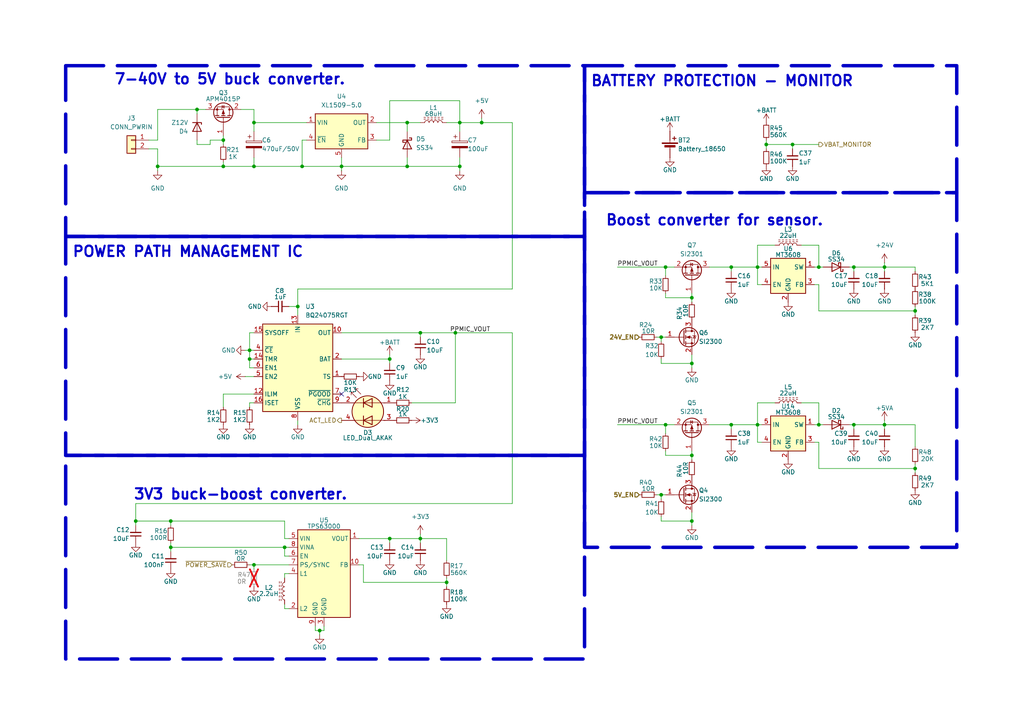
<source format=kicad_sch>
(kicad_sch (version 20231120) (generator "eeschema") (generator_version "8.0")
  (paper "A4")
  (lib_symbols
    (symbol "Battery_Management:BQ24075RGT"
      (property "Reference" "U" (at -8.89 13.97 0))
      (property "Value" "BQ24075RGT" (at 16.51 13.97 0))
      (symbol "BQ24075RGT_1_1"
        (pin passive line (at 12.7 -2.54 180) (length 2.54) (name "TS") (number "1"))
        (pin power_out line (at 12.7 10.16 180) (length 2.54) (name "OUT") (number "10"))
        (pin passive line (at 12.7 10.16 180) (length 2.54) hide (name "OUT") (number "11"))
        (pin passive line (at -12.7 -7.62 0) (length 2.54) (name "ILIM") (number "12"))
        (pin power_in line (at 0 15.24 270) (length 2.54) (name "IN") (number "13"))
        (pin input line (at -12.7 2.54 0) (length 2.54) (name "TMR") (number "14"))
        (pin input line (at -12.7 10.16 0) (length 2.54) (name "SYSOFF") (number "15"))
        (pin passive line (at -12.7 -10.16 0) (length 2.54) (name "ISET") (number "16"))
        (pin passive line (at 0 -15.24 90) (length 2.54) hide (name "VSS") (number "17"))
        (pin power_out line (at 12.7 2.54 180) (length 2.54) (name "BAT") (number "2"))
        (pin passive line (at 12.7 2.54 180) (length 2.54) hide (name "BAT") (number "3"))
        (pin input line (at -12.7 5.08 0) (length 2.54) (name "~{CE}") (number "4"))
        (pin input line (at -12.7 -2.54 0) (length 2.54) (name "EN2") (number "5"))
        (pin input line (at -12.7 0 0) (length 2.54) (name "EN1") (number "6"))
        (pin open_collector line (at 12.7 -7.62 180) (length 2.54) (name "~{PGOOD}") (number "7"))
        (pin power_in line (at 0 -15.24 90) (length 2.54) (name "VSS") (number "8"))
        (pin open_collector line (at 12.7 -10.16 180) (length 2.54) (name "~{CHG}") (number "9"))
      )
    )
    (symbol "Connector_Generic:Conn_01x02" (pin_names (offset 1.016) hide)
      (property "Reference" "J" (at 0 2.54 0))
      (property "Value" "Conn_01x02" (at 0 -5.08 0))
      (symbol "Conn_01x02_1_1"
        (pin passive line (at -5.08 0 0) (length 3.81) (name "Pin_1") (number "1"))
        (pin passive line (at -5.08 -2.54 0) (length 3.81) (name "Pin_2") (number "2"))
      )
    )
    (symbol "Device:Battery_Cell" (pin_numbers hide) (pin_names (offset 0) hide)
      (property "Reference" "BT" (at 2.54 2.54 0))
      (property "Value" "Battery_Cell" (at 2.54 0 0))
      (symbol "Battery_Cell_1_1"
        (pin passive line (at 0 5.08 270) (length 2.54) (name "+") (number "1"))
        (pin passive line (at 0 -2.54 90) (length 2.54) (name "-") (number "2"))
      )
    )
    (symbol "Device:C_Polarized" (pin_numbers hide) (pin_names (offset 0.254))
      (property "Reference" "C" (at 0.635 2.54 0))
      (property "Value" "C_Polarized" (at 0.635 -2.54 0))
      (symbol "C_Polarized_1_1"
        (pin passive line (at 0 3.81 270) (length 2.794) (name "~") (number "1"))
        (pin passive line (at 0 -3.81 90) (length 2.794) (name "~") (number "2"))
      )
    )
    (symbol "Device:C_Small" (pin_numbers hide) (pin_names (offset 0.254) hide)
      (property "Reference" "C" (at 0.254 1.778 0))
      (property "Value" "C_Small" (at 0.254 -2.032 0))
      (symbol "C_Small_1_1"
        (pin passive line (at 0 2.54 270) (length 2.032) (name "~") (number "1"))
        (pin passive line (at 0 -2.54 90) (length 2.032) (name "~") (number "2"))
      )
    )
    (symbol "Device:LED_Dual_AKAK" (pin_names (offset 0) hide)
      (property "Reference" "D" (at 0 5.715 0))
      (property "Value" "LED_Dual_AKAK" (at 0 -6.35 0))
      (symbol "LED_Dual_AKAK_1_1"
        (pin input line (at -7.62 2.54 0) (length 3.048) (name "A1") (number "1"))
        (pin input line (at 7.62 2.54 180) (length 3.81) (name "K1") (number "2"))
        (pin input line (at -7.62 -2.54 0) (length 3.048) (name "A2") (number "3"))
        (pin input line (at 7.62 -2.54 180) (length 3.81) (name "K2") (number "4"))
      )
    )
    (symbol "Device:L_Ferrite" (pin_numbers hide) (pin_names (offset 1.016) hide)
      (property "Reference" "L" (at -1.27 0 90))
      (property "Value" "L_Ferrite" (at 2.794 0 90))
      (symbol "L_Ferrite_1_1"
        (pin passive line (at 0 3.81 270) (length 1.27) (name "1") (number "1"))
        (pin passive line (at 0 -3.81 90) (length 1.27) (name "2") (number "2"))
      )
    )
    (symbol "Device:R_Small" (pin_numbers hide) (pin_names (offset 0.254) hide)
      (property "Reference" "R" (at 0.762 0.508 0))
      (property "Value" "R_Small" (at 0.762 -1.016 0))
      (symbol "R_Small_1_1"
        (pin passive line (at 0 2.54 270) (length 0.762) (name "~") (number "1"))
        (pin passive line (at 0 -2.54 90) (length 0.762) (name "~") (number "2"))
      )
    )
    (symbol "Diode:BZV55B12" (pin_numbers hide) (pin_names hide)
      (property "Reference" "D" (at 0 2.54 0))
      (property "Value" "BZV55B12" (at 0 -2.54 0))
      (symbol "BZV55B12_1_1"
        (pin passive line (at -3.81 0 0) (length 2.54) (name "K") (number "1"))
        (pin passive line (at 3.81 0 180) (length 2.54) (name "A") (number "2"))
      )
    )
    (symbol "Diode:SS34" (pin_numbers hide) (pin_names (offset 1.016) hide)
      (property "Reference" "D" (at 0 2.54 0))
      (property "Value" "SS34" (at 0 -2.54 0))
      (symbol "SS34_1_1"
        (pin passive line (at -3.81 0 0) (length 2.54) (name "K") (number "1"))
        (pin passive line (at 3.81 0 180) (length 2.54) (name "A") (number "2"))
      )
    )
    (symbol "Regulator_Switching:MT3608"
      (property "Reference" "U" (at -2.54 8.89 0))
      (property "Value" "MT3608" (at -3.81 6.35 0))
      (symbol "MT3608_1_1"
        (pin passive line (at 7.62 2.54 180) (length 2.54) (name "SW") (number "1"))
        (pin power_in line (at 0 -7.62 90) (length 2.54) (name "GND") (number "2"))
        (pin input line (at 7.62 -2.54 180) (length 2.54) (name "FB") (number "3"))
        (pin input line (at -7.62 -2.54 0) (length 2.54) (name "EN") (number "4"))
        (pin power_in line (at -7.62 2.54 0) (length 2.54) (name "IN") (number "5"))
        (pin no_connect line (at 5.08 0 180) (length 2.54) hide (name "NC") (number "6"))
      )
    )
    (symbol "Regulator_Switching:TPS63000"
      (property "Reference" "U" (at -7.62 13.97 0))
      (property "Value" "TPS63000" (at 5.08 13.97 0))
      (symbol "TPS63000_1_1"
        (pin power_out line (at 10.16 10.16 180) (length 2.54) (name "VOUT") (number "1"))
        (pin input line (at 10.16 2.54 180) (length 2.54) (name "FB") (number "10"))
        (pin passive line (at 0 -15.24 90) (length 2.54) hide (name "PGND") (number "11"))
        (pin input line (at -10.16 -10.16 0) (length 2.54) (name "L2") (number "2"))
        (pin power_in line (at 0 -15.24 90) (length 2.54) (name "PGND") (number "3"))
        (pin input line (at -10.16 0 0) (length 2.54) (name "L1") (number "4"))
        (pin power_in line (at -10.16 10.16 0) (length 2.54) (name "VIN") (number "5"))
        (pin input line (at -10.16 5.08 0) (length 2.54) (name "EN") (number "6"))
        (pin input line (at -10.16 2.54 0) (length 2.54) (name "PS/SYNC") (number "7"))
        (pin power_in line (at -10.16 7.62 0) (length 2.54) (name "VINA") (number "8"))
        (pin power_in line (at -2.54 -15.24 90) (length 2.54) (name "GND") (number "9"))
      )
    )
    (symbol "Regulator_Switching:XL1509-5.0"
      (property "Reference" "U" (at -7.112 6.096 0))
      (property "Value" "XL1509-5.0" (at 5.842 6.096 0))
      (symbol "XL1509-5.0_1_1"
        (pin power_in line (at -10.16 2.54 0) (length 2.54) (name "VIN") (number "1"))
        (pin power_out line (at 10.16 2.54 180) (length 2.54) (name "OUT") (number "2"))
        (pin input line (at 10.16 -2.54 180) (length 2.54) (name "FB") (number "3"))
        (pin input line (at -10.16 -2.54 0) (length 2.54) (name "~{EN}") (number "4"))
        (pin power_in line (at 0 -7.62 90) (length 2.54) (name "GND") (number "5"))
        (pin passive line (at 0 -7.62 90) (length 2.54) hide (name "GND") (number "6"))
        (pin passive line (at 0 -7.62 90) (length 2.54) hide (name "GND") (number "7"))
        (pin passive line (at 0 -7.62 90) (length 2.54) hide (name "GND") (number "8"))
      )
    )
    (symbol "Transistor_FET:2N7002" (pin_names hide)
      (property "Reference" "Q" (at 5.08 1.905 0))
      (property "Value" "2N7002" (at 5.08 0 0))
      (symbol "2N7002_1_1"
        (pin input line (at -5.08 0 0) (length 2.54) (name "G") (number "1"))
        (pin passive line (at 2.54 -5.08 90) (length 2.54) (name "S") (number "2"))
        (pin passive line (at 2.54 5.08 270) (length 2.54) (name "D") (number "3"))
      )
    )
    (symbol "Transistor_FET:AO3401A" (pin_names hide)
      (property "Reference" "Q" (at 5.08 1.905 0))
      (property "Value" "AO3401A" (at 5.08 0 0))
      (symbol "AO3401A_1_1"
        (pin input line (at -5.08 0 0) (length 2.54) (name "G") (number "1"))
        (pin passive line (at 2.54 -5.08 90) (length 2.54) (name "S") (number "2"))
        (pin passive line (at 2.54 5.08 270) (length 2.54) (name "D") (number "3"))
      )
    )
    (symbol "Transistor_FET:SUD50P04-08" (pin_names hide)
      (property "Reference" "Q" (at 4.953 1.905 0))
      (property "Value" "SUD50P04-08" (at 4.953 0 0))
      (symbol "SUD50P04-08_1_1"
        (pin input line (at -5.08 0 0) (length 2.54) (name "G") (number "1"))
        (pin passive line (at 2.54 5.08 270) (length 2.54) (name "D") (number "2"))
        (pin passive line (at 2.54 -5.08 90) (length 2.54) (name "S") (number "3"))
      )
    )
    (symbol "power:+24V" (power) (pin_numbers hide) (pin_names (offset 0) hide)
      (property "Value" "+24V" (at 0 3.556 0))
      (symbol "+24V_1_1"
        (pin power_in line (at 0 0 90) (length 0) (name "~") (number "1"))
      )
    )
    (symbol "power:+3V3" (power) (pin_numbers hide) (pin_names (offset 0) hide)
      (property "Value" "+3V3" (at 0 3.556 0))
      (symbol "+3V3_1_1"
        (pin power_in line (at 0 0 90) (length 0) (name "~") (number "1"))
      )
    )
    (symbol "power:+5V" (power) (pin_numbers hide) (pin_names (offset 0) hide)
      (property "Value" "+5V" (at 0 3.556 0))
      (symbol "+5V_1_1"
        (pin power_in line (at 0 0 90) (length 0) (name "~") (number "1"))
      )
    )
    (symbol "power:+5VA" (power) (pin_numbers hide) (pin_names (offset 0) hide)
      (property "Value" "+5VA" (at 0 3.556 0))
      (symbol "+5VA_1_1"
        (pin power_in line (at 0 0 90) (length 0) (name "~") (number "1"))
      )
    )
    (symbol "power:+BATT" (power) (pin_numbers hide) (pin_names (offset 0) hide)
      (property "Value" "+BATT" (at 0 3.556 0))
      (symbol "+BATT_1_1"
        (pin power_in line (at 0 0 90) (length 0) (name "~") (number "1"))
      )
    )
    (symbol "power:GND" (power) (pin_numbers hide) (pin_names (offset 0) hide)
      (property "Value" "GND" (at 0 -3.81 0))
      (symbol "GND_1_1"
        (pin power_in line (at 0 0 270) (length 0) (name "~") (number "1"))
      )
    )
  )
  (junction (at 64.77 40.64))
  (junction (at 49.53 158.75))
  (junction (at 49.53 151.13))
  (junction (at 237.49 123.19))
  (junction (at 212.09 77.47))
  (junction (at 247.65 77.47))
  (junction (at 72.39 101.6))
  (junction (at 92.71 182.88))
  (junction (at 219.71 123.19))
  (junction (at 118.11 48.26))
  (junction (at 212.09 123.19))
  (junction (at 200.66 105.41))
  (junction (at 39.37 151.13))
  (junction (at 256.54 123.19))
  (junction (at 191.77 143.51))
  (junction (at 113.03 104.14))
  (junction (at 256.54 77.47))
  (junction (at 132.08 96.52))
  (junction (at 73.66 163.83))
  (junction (at 200.66 86.36))
  (junction (at 265.43 135.89))
  (junction (at 229.87 41.91))
  (junction (at 57.15 31.75))
  (junction (at 191.77 97.79))
  (junction (at 121.92 156.21))
  (junction (at 200.66 132.08))
  (junction (at 129.54 168.91))
  (junction (at 193.04 77.47))
  (junction (at 118.11 35.56))
  (junction (at 113.03 156.21))
  (junction (at 133.35 35.56))
  (junction (at 200.66 151.13))
  (junction (at 121.92 96.52))
  (junction (at 133.35 48.26))
  (junction (at 99.06 48.26))
  (junction (at 139.7 35.56))
  (junction (at 87.63 48.26))
  (junction (at 73.66 35.56))
  (junction (at 193.04 123.19))
  (junction (at 45.72 48.26))
  (junction (at 82.55 158.75))
  (junction (at 265.43 90.17))
  (junction (at 219.71 77.47))
  (junction (at 72.39 104.14))
  (junction (at 247.65 123.19))
  (junction (at 64.77 48.26))
  (junction (at 222.25 41.91))
  (junction (at 237.49 77.47))
  (junction (at 86.36 88.9))
  (junction (at 73.66 48.26))
  (no_connect (at 99.06 114.3))
  (wire (pts (xy 232.41 116.84) (xy 237.49 116.84)))
  (wire (pts (xy 179.07 123.19) (xy 193.04 123.19)))
  (wire (pts (xy 45.72 48.26) (xy 64.77 48.26)))
  (wire (pts (xy 229.87 41.91) (xy 222.25 41.91)))
  (wire (pts (xy 49.53 157.48) (xy 49.53 158.75)))
  (wire (pts (xy 91.44 182.88) (xy 92.71 182.88)))
  (wire (pts (xy 265.43 77.47) (xy 256.54 77.47)))
  (wire (pts (xy 237.49 90.17) (xy 265.43 90.17)))
  (wire (pts (xy 49.53 151.13) (xy 82.55 151.13)))
  (wire (pts (xy 256.54 121.92) (xy 256.54 123.19)))
  (wire (pts (xy 219.71 128.27) (xy 220.98 128.27)))
  (wire (pts (xy 92.71 182.88) (xy 92.71 184.15)))
  (wire (pts (xy 265.43 88.9) (xy 265.43 90.17)))
  (wire (pts (xy 82.55 161.29) (xy 82.55 158.75)))
  (wire (pts (xy 49.53 158.75) (xy 82.55 158.75)))
  (wire (pts (xy 139.7 34.29) (xy 139.7 35.56)))
  (wire (pts (xy 73.66 163.83) (xy 73.66 165.1)))
  (wire (pts (xy 191.77 144.78) (xy 191.77 143.51)))
  (wire (pts (xy 113.03 40.64) (xy 109.22 40.64)))
  (wire (pts (xy 265.43 90.17) (xy 265.43 91.44)))
  (wire (pts (xy 99.06 96.52) (xy 121.92 96.52)))
  (wire (pts (xy 86.36 88.9) (xy 83.82 88.9)))
  (wire (pts (xy 200.66 132.08) (xy 200.66 130.81)))
  (wire (pts (xy 105.41 168.91) (xy 105.41 163.83)))
  (wire (pts (xy 129.54 156.21) (xy 121.92 156.21)))
  (wire (pts (xy 237.49 77.47) (xy 236.22 77.47)))
  (wire (pts (xy 71.12 109.22) (xy 73.66 109.22)))
  (wire (pts (xy 49.53 152.4) (xy 49.53 151.13)))
  (wire (pts (xy 99.06 45.72) (xy 99.06 48.26)))
  (wire (pts (xy 237.49 82.55) (xy 237.49 90.17)))
  (wire (pts (xy 247.65 123.19) (xy 247.65 124.46)))
  (wire (pts (xy 256.54 123.19) (xy 247.65 123.19)))
  (wire (pts (xy 191.77 99.06) (xy 191.77 97.79)))
  (wire (pts (xy 87.63 40.64) (xy 87.63 48.26)))
  (wire (pts (xy 256.54 77.47) (xy 247.65 77.47)))
  (wire (pts (xy 265.43 129.54) (xy 265.43 123.19)))
  (wire (pts (xy 99.06 48.26) (xy 99.06 49.53)))
  (wire (pts (xy 113.03 104.14) (xy 113.03 105.41)))
  (wire (pts (xy 64.77 46.99) (xy 64.77 48.26)))
  (wire (pts (xy 139.7 35.56) (xy 133.35 35.56)))
  (wire (pts (xy 219.71 123.19) (xy 219.71 128.27)))
  (wire (pts (xy 212.09 77.47) (xy 212.09 78.74)))
  (wire (pts (xy 132.08 96.52) (xy 148.59 96.52)))
  (wire (pts (xy 133.35 38.1) (xy 133.35 35.56)))
  (wire (pts (xy 129.54 168.91) (xy 129.54 170.18)))
  (wire (pts (xy 129.54 167.64) (xy 129.54 168.91)))
  (wire (pts (xy 39.37 146.05) (xy 39.37 151.13)))
  (wire (pts (xy 57.15 41.91) (xy 57.15 40.64)))
  (wire (pts (xy 121.92 157.48) (xy 121.92 156.21)))
  (wire (pts (xy 132.08 96.52) (xy 132.08 116.84)))
  (wire (pts (xy 72.39 104.14) (xy 73.66 104.14)))
  (wire (pts (xy 72.39 101.6) (xy 72.39 104.14)))
  (wire (pts (xy 193.04 77.47) (xy 193.04 80.01)))
  (wire (pts (xy 129.54 35.56) (xy 133.35 35.56)))
  (wire (pts (xy 113.03 29.21) (xy 113.03 40.64)))
  (wire (pts (xy 190.5 97.79) (xy 191.77 97.79)))
  (wire (pts (xy 88.9 40.64) (xy 87.63 40.64)))
  (wire (pts (xy 39.37 151.13) (xy 49.53 151.13)))
  (wire (pts (xy 72.39 163.83) (xy 73.66 163.83)))
  (wire (pts (xy 39.37 151.13) (xy 39.37 152.4)))
  (wire (pts (xy 73.66 106.68) (xy 72.39 106.68)))
  (wire (pts (xy 148.59 35.56) (xy 148.59 83.82)))
  (wire (pts (xy 191.77 97.79) (xy 193.04 97.79)))
  (wire (pts (xy 60.96 40.64) (xy 64.77 40.64)))
  (wire (pts (xy 64.77 39.37) (xy 64.77 40.64)))
  (wire (pts (xy 132.08 116.84) (xy 119.38 116.84)))
  (wire (pts (xy 200.66 102.87) (xy 200.66 105.41)))
  (wire (pts (xy 256.54 78.74) (xy 256.54 77.47)))
  (wire (pts (xy 45.72 40.64) (xy 45.72 31.75)))
  (wire (pts (xy 57.15 31.75) (xy 59.69 31.75)))
  (wire (pts (xy 71.12 101.6) (xy 72.39 101.6)))
  (wire (pts (xy 193.04 123.19) (xy 195.58 123.19)))
  (wire (pts (xy 265.43 135.89) (xy 265.43 137.16)))
  (wire (pts (xy 219.71 77.47) (xy 219.71 82.55)))
  (wire (pts (xy 64.77 48.26) (xy 73.66 48.26)))
  (wire (pts (xy 200.66 105.41) (xy 200.66 106.68)))
  (wire (pts (xy 191.77 105.41) (xy 200.66 105.41)))
  (wire (pts (xy 193.04 123.19) (xy 193.04 125.73)))
  (wire (pts (xy 246.38 77.47) (xy 247.65 77.47)))
  (wire (pts (xy 57.15 41.91) (xy 60.96 41.91)))
  (wire (pts (xy 200.66 148.59) (xy 200.66 151.13)))
  (wire (pts (xy 64.77 114.3) (xy 64.77 118.11)))
  (wire (pts (xy 193.04 130.81) (xy 193.04 132.08)))
  (wire (pts (xy 43.18 43.18) (xy 45.72 43.18)))
  (wire (pts (xy 219.71 82.55) (xy 220.98 82.55)))
  (wire (pts (xy 73.66 35.56) (xy 88.9 35.56)))
  (wire (pts (xy 222.25 41.91) (xy 222.25 43.18)))
  (wire (pts (xy 69.85 31.75) (xy 73.66 31.75)))
  (wire (pts (xy 219.71 71.12) (xy 219.71 77.47)))
  (wire (pts (xy 205.74 123.19) (xy 212.09 123.19)))
  (wire (pts (xy 200.66 151.13) (xy 200.66 152.4)))
  (wire (pts (xy 104.14 156.21) (xy 113.03 156.21)))
  (wire (pts (xy 224.79 116.84) (xy 219.71 116.84)))
  (wire (pts (xy 82.55 175.26) (xy 82.55 176.53)))
  (wire (pts (xy 219.71 123.19) (xy 220.98 123.19)))
  (wire (pts (xy 113.03 156.21) (xy 121.92 156.21)))
  (wire (pts (xy 82.55 156.21) (xy 82.55 151.13)))
  (wire (pts (xy 82.55 166.37) (xy 83.82 166.37)))
  (wire (pts (xy 190.5 143.51) (xy 191.77 143.51)))
  (wire (pts (xy 191.77 149.86) (xy 191.77 151.13)))
  (wire (pts (xy 265.43 77.47) (xy 265.43 78.74)))
  (wire (pts (xy 121.92 96.52) (xy 132.08 96.52)))
  (wire (pts (xy 133.35 45.72) (xy 133.35 48.26)))
  (wire (pts (xy 45.72 48.26) (xy 45.72 49.53)))
  (wire (pts (xy 236.22 82.55) (xy 237.49 82.55)))
  (wire (pts (xy 237.49 128.27) (xy 237.49 135.89)))
  (wire (pts (xy 91.44 181.61) (xy 91.44 182.88)))
  (wire (pts (xy 200.66 87.63) (xy 200.66 86.36)))
  (wire (pts (xy 133.35 29.21) (xy 113.03 29.21)))
  (wire (pts (xy 121.92 154.94) (xy 121.92 156.21)))
  (wire (pts (xy 113.03 102.87) (xy 113.03 104.14)))
  (wire (pts (xy 133.35 35.56) (xy 133.35 29.21)))
  (wire (pts (xy 133.35 48.26) (xy 133.35 49.53)))
  (wire (pts (xy 118.11 35.56) (xy 121.92 35.56)))
  (wire (pts (xy 49.53 158.75) (xy 49.53 160.02)))
  (wire (pts (xy 148.59 146.05) (xy 39.37 146.05)))
  (wire (pts (xy 219.71 77.47) (xy 220.98 77.47)))
  (wire (pts (xy 238.76 123.19) (xy 237.49 123.19)))
  (wire (pts (xy 105.41 163.83) (xy 104.14 163.83)))
  (wire (pts (xy 256.54 124.46) (xy 256.54 123.19)))
  (wire (pts (xy 87.63 48.26) (xy 99.06 48.26)))
  (wire (pts (xy 72.39 106.68) (xy 72.39 104.14)))
  (wire (pts (xy 265.43 134.62) (xy 265.43 135.89)))
  (wire (pts (xy 86.36 91.44) (xy 86.36 88.9)))
  (wire (pts (xy 139.7 35.56) (xy 148.59 35.56)))
  (wire (pts (xy 205.74 77.47) (xy 212.09 77.47)))
  (wire (pts (xy 193.04 77.47) (xy 195.58 77.47)))
  (wire (pts (xy 148.59 83.82) (xy 86.36 83.82)))
  (wire (pts (xy 229.87 41.91) (xy 237.49 41.91)))
  (wire (pts (xy 237.49 116.84) (xy 237.49 123.19)))
  (wire (pts (xy 73.66 96.52) (xy 72.39 96.52)))
  (wire (pts (xy 191.77 104.14) (xy 191.77 105.41)))
  (wire (pts (xy 60.96 41.91) (xy 60.96 40.64)))
  (wire (pts (xy 73.66 114.3) (xy 64.77 114.3)))
  (wire (pts (xy 93.98 182.88) (xy 93.98 181.61)))
  (wire (pts (xy 212.09 123.19) (xy 219.71 123.19)))
  (wire (pts (xy 118.11 35.56) (xy 118.11 38.1)))
  (wire (pts (xy 200.66 86.36) (xy 200.66 85.09)))
  (wire (pts (xy 265.43 123.19) (xy 256.54 123.19)))
  (wire (pts (xy 86.36 83.82) (xy 86.36 88.9)))
  (wire (pts (xy 82.55 176.53) (xy 83.82 176.53)))
  (wire (pts (xy 236.22 128.27) (xy 237.49 128.27)))
  (wire (pts (xy 121.92 96.52) (xy 121.92 97.79)))
  (wire (pts (xy 72.39 118.11) (xy 72.39 116.84)))
  (wire (pts (xy 224.79 71.12) (xy 219.71 71.12)))
  (wire (pts (xy 133.35 48.26) (xy 118.11 48.26)))
  (wire (pts (xy 72.39 116.84) (xy 73.66 116.84)))
  (wire (pts (xy 212.09 77.47) (xy 219.71 77.47)))
  (wire (pts (xy 73.66 35.56) (xy 73.66 38.1)))
  (wire (pts (xy 82.55 167.64) (xy 82.55 166.37)))
  (wire (pts (xy 83.82 156.21) (xy 82.55 156.21)))
  (wire (pts (xy 179.07 77.47) (xy 193.04 77.47)))
  (wire (pts (xy 148.59 96.52) (xy 148.59 146.05)))
  (wire (pts (xy 43.18 40.64) (xy 45.72 40.64)))
  (wire (pts (xy 83.82 161.29) (xy 82.55 161.29)))
  (wire (pts (xy 247.65 77.47) (xy 247.65 78.74)))
  (wire (pts (xy 73.66 101.6) (xy 72.39 101.6)))
  (wire (pts (xy 86.36 123.19) (xy 86.36 121.92)))
  (wire (pts (xy 237.49 123.19) (xy 236.22 123.19)))
  (wire (pts (xy 82.55 158.75) (xy 83.82 158.75)))
  (wire (pts (xy 109.22 35.56) (xy 118.11 35.56)))
  (wire (pts (xy 237.49 71.12) (xy 237.49 77.47)))
  (wire (pts (xy 193.04 86.36) (xy 200.66 86.36)))
  (wire (pts (xy 256.54 76.2) (xy 256.54 77.47)))
  (wire (pts (xy 129.54 168.91) (xy 105.41 168.91)))
  (wire (pts (xy 237.49 135.89) (xy 265.43 135.89)))
  (wire (pts (xy 73.66 45.72) (xy 73.66 48.26)))
  (wire (pts (xy 222.25 40.64) (xy 222.25 41.91)))
  (wire (pts (xy 45.72 31.75) (xy 57.15 31.75)))
  (wire (pts (xy 212.09 123.19) (xy 212.09 124.46)))
  (wire (pts (xy 118.11 48.26) (xy 99.06 48.26)))
  (wire (pts (xy 99.06 104.14) (xy 113.03 104.14)))
  (wire (pts (xy 129.54 162.56) (xy 129.54 156.21)))
  (wire (pts (xy 229.87 43.18) (xy 229.87 41.91)))
  (wire (pts (xy 118.11 45.72) (xy 118.11 48.26)))
  (wire (pts (xy 238.76 77.47) (xy 237.49 77.47)))
  (wire (pts (xy 113.03 156.21) (xy 113.03 157.48)))
  (wire (pts (xy 64.77 40.64) (xy 64.77 41.91)))
  (wire (pts (xy 57.15 31.75) (xy 57.15 33.02)))
  (wire (pts (xy 73.66 163.83) (xy 83.82 163.83)))
  (wire (pts (xy 191.77 151.13) (xy 200.66 151.13)))
  (wire (pts (xy 219.71 116.84) (xy 219.71 123.19)))
  (wire (pts (xy 200.66 133.35) (xy 200.66 132.08)))
  (wire (pts (xy 232.41 71.12) (xy 237.49 71.12)))
  (wire (pts (xy 72.39 96.52) (xy 72.39 101.6)))
  (wire (pts (xy 246.38 123.19) (xy 247.65 123.19)))
  (wire (pts (xy 73.66 48.26) (xy 87.63 48.26)))
  (wire (pts (xy 193.04 132.08) (xy 200.66 132.08)))
  (wire (pts (xy 191.77 143.51) (xy 193.04 143.51)))
  (wire (pts (xy 92.71 182.88) (xy 93.98 182.88)))
  (wire (pts (xy 45.72 43.18) (xy 45.72 48.26)))
  (wire (pts (xy 193.04 85.09) (xy 193.04 86.36)))
  (wire (pts (xy 73.66 31.75) (xy 73.66 35.56)))
  (rectangle (start 169.545 55.88) (end 277.495 158.75) (stroke (width 1) (type dash)))
  (rectangle (start 19.05 132.08) (end 169.545 191.135) (stroke (width 1) (type dash)))
  (rectangle (start 19.05 19.05) (end 169.545 68.58) (stroke (width 1) (type dash)))
  (rectangle (start 19.05 68.58) (end 169.545 132.08) (stroke (width 1) (type dash)))
  (rectangle (start 169.545 19.05) (end 277.495 55.88) (stroke (width 1) (type dash)))
  (text "3V3 buck-boost converter." (at 38.608 143.51 0) (effects (font (size 3 3) (thickness 0.6) (bold yes)) (justify left)))
  (text "POWER PATH MANAGEMENT IC" (at 20.828 73.152 0) (effects (font (size 3 3) (thickness 0.6) (bold yes)) (justify left)))
  (text "BATTERY PROTECTION - MONITOR" (at 171.196 23.622 0) (effects (font (size 3 3) (bold yes)) (justify left)))
  (text "7-40V to 5V buck converter." (at 33.02 23.114 0) (effects (font (size 3 3) (thickness 0.6) (bold yes)) (justify left)))
  (text "Boost converter for sensor." (at 175.514 64.008 0) (effects (font (size 3 3) (thickness 0.6) (bold yes)) (justify left)))
  (label "PPMIC_VOUT" (at 179.07 77.47 0))
  (label "PPMIC_VOUT" (at 179.07 123.19 0))
  (label "PPMIC_VOUT" (at 142.24 96.52 180))
  (hierarchical_label "~{POWER_SAVE}" (shape input) (at 67.31 163.83 180))
  (hierarchical_label "24V_EN" (shape input) (at 185.42 97.79 180) (effects (font (bold yes))))
  (hierarchical_label "5V_EN" (shape input) (at 185.42 143.51 180) (effects (font (bold yes))))
  (hierarchical_label "ACT_LED" (shape output) (at 99.06 121.92 180))
  (hierarchical_label "VBAT_MONITOR" (shape output) (at 237.49 41.91 0))
  (symbol (lib_id "power:+BATT") (at 113.03 102.87 0) (unit 1)
    (property "Reference" "#PWR029" (effects (hide yes)))
    (property "Value" "+BATT" (at 113.03 99.314 0))
    (property "Description" "Power symbol creates a global label with name \"+BATT\"" (effects (hide yes)))
  )
  (symbol (lib_id "Device:R_Small") (at 265.43 81.28 0) (mirror y) (unit 1)
    (property "Reference" "R43" (at 268.2875 80.3275 0))
    (property "Value" "5K1" (at 268.986 82.296 0))
    (property "Footprint" "Footprints:R_0603" (effects (hide yes)))
    (property "Description" "Resistor, small symbol" (effects (hide yes)))
  )
  (symbol (lib_id "power:GND") (at 200.66 106.68 0) (mirror y) (unit 1)
    (property "Reference" "#PWR044" (effects (hide yes)))
    (property "Value" "GND" (at 200.66 110.236 0))
    (property "Description" "Power symbol creates a global label with name \"GND\" , ground" (effects (hide yes)))
  )
  (symbol (lib_id "Device:R_Small") (at 187.96 143.51 90) (unit 1)
    (property "Reference" "R40" (at 189.23 139.954 90) (effects (justify left)))
    (property "Value" "10R" (at 189.992 141.732 90) (effects (justify left)))
    (property "Footprint" "Footprints:R_0603" (effects (hide yes)))
    (property "Description" "Resistor, small symbol" (effects (hide yes)))
  )
  (symbol (lib_id "Transistor_FET:AO3401A") (at 200.66 125.73 270) (mirror x) (unit 1)
    (property "Reference" "Q5" (at 200.66 116.84 90))
    (property "Value" "SI2301" (at 200.66 119.38 90))
    (property "Footprint" "Footprints:SOT23-3" (effects (hide yes)))
    (property "Datasheet" "http://www.aosmd.com/pdfs/datasheet/AO3401A.pdf" (effects (hide yes)))
    (property "Description" "-4.0A Id, -30V Vds, P-Channel MOSFET, SOT-23" (effects (hide yes)))
  )
  (symbol (lib_id "power:GND") (at 49.53 165.1 0) (mirror y) (unit 1)
    (property "Reference" "#PWR034" (effects (hide yes)))
    (property "Value" "GND" (at 49.53 168.656 0))
    (property "Description" "Power symbol creates a global label with name \"GND\" , ground" (effects (hide yes)))
  )
  (symbol (lib_id "power:+3V3") (at 121.92 154.94 0) (unit 1)
    (property "Reference" "#PWR039" (effects (hide yes)))
    (property "Value" "+3V3" (at 121.92 149.86 0))
    (property "Description" "Power symbol creates a global label with name \"+3V3\"" (effects (hide yes)))
  )
  (symbol (lib_id "Device:R_Small") (at 265.43 139.7 0) (mirror y) (unit 1)
    (property "Reference" "R49" (at 268.2875 138.7475 0))
    (property "Value" "2K7" (at 268.986 140.716 0))
    (property "Footprint" "Footprints:R_0603" (effects (hide yes)))
    (property "Description" "Resistor, small symbol" (effects (hide yes)))
  )
  (symbol (lib_id "power:GND") (at 247.65 83.82 0) (mirror y) (unit 1)
    (property "Reference" "#PWR048" (effects (hide yes)))
    (property "Value" "GND" (at 247.65 87.376 0))
    (property "Description" "Power symbol creates a global label with name \"GND\" , ground" (effects (hide yes)))
  )
  (symbol (lib_id "Device:R_Small") (at 187.96 97.79 90) (unit 1)
    (property "Reference" "R24" (at 189.23 94.234 90) (effects (justify left)))
    (property "Value" "10R" (at 189.992 96.012 90) (effects (justify left)))
    (property "Footprint" "Footprints:R_0603" (effects (hide yes)))
    (property "Description" "Resistor, small symbol" (effects (hide yes)))
  )
  (symbol (lib_id "Device:R_Small") (at 200.66 90.17 180) (unit 1)
    (property "Reference" "R34" (at 197.104 88.9 90) (effects (justify left)))
    (property "Value" "10R" (at 198.882 88.138 90) (effects (justify left)))
    (property "Footprint" "Footprints:R_0603" (effects (hide yes)))
    (property "Description" "Resistor, small symbol" (effects (hide yes)))
  )
  (symbol (lib_id "Device:R_Small") (at 265.43 86.36 0) (mirror y) (unit 1)
    (property "Reference" "R38" (at 268.2875 85.4075 0))
    (property "Value" "100K" (at 268.986 87.376 0))
    (property "Footprint" "Footprints:R_0603" (effects (hide yes)))
    (property "Description" "Resistor, small symbol" (effects (hide yes)))
  )
  (symbol (lib_id "Regulator_Switching:MT3608") (at 228.6 125.73 0) (unit 1)
    (property "Reference" "U14" (at 228.6 117.856 0))
    (property "Value" "MT3608" (at 228.6 119.634 0))
    (property "Footprint" "Footprints:SOT23-6" (effects (hide yes)))
    (property "Datasheet" "https://www.olimex.com/Products/Breadboarding/BB-PWR-3608/resources/MT3608.pdf" (effects (hide yes)))
    (property "Description" "High Efficiency 1.2MHz 2A Step Up Converter, 2-24V Vin, 28V Vout, 4A current limit, 1.2MHz, SOT23-6" (effects (hide yes)))
  )
  (symbol (lib_id "Regulator_Switching:XL1509-5.0") (at 99.06 38.1 0) (unit 1)
    (property "Reference" "U4" (at 99.06 27.94 0))
    (property "Value" "XL1509-5.0" (at 99.06 30.48 0))
    (property "Footprint" "Footprints:SOIC-8" (effects (hide yes)))
    (property "Datasheet" "https://datasheet.lcsc.com/lcsc/1809050422_XLSEMI-XL1509-5-0E1_C61063.pdf" (effects (hide yes)))
    (property "Description" "Buck DC/DC Converter, 2A, 5V Output Voltage, 7-40V Input Voltage" (effects (hide yes)))
  )
  (symbol (lib_id "Device:C_Polarized") (at 133.35 41.91 0) (unit 1)
    (property "Reference" "C7" (at 135.636 40.64 0) (effects (justify left)))
    (property "Value" "100uF" (at 135.636 43.18 0) (effects (justify left)))
    (property "Footprint" "Capacitor_SMD:CP_Elec_6.3x7.7" (effects (hide yes)))
    (property "Description" "Polarized capacitor" (effects (hide yes)))
  )
  (symbol (lib_id "power:GND") (at 133.35 49.53 0) (unit 1)
    (property "Reference" "#PWR021" (effects (hide yes)))
    (property "Value" "GND" (at 133.35 54.61 0))
    (property "Description" "Power symbol creates a global label with name \"GND\" , ground" (effects (hide yes)))
  )
  (symbol (lib_id "power:GND") (at 78.74 88.9 270) (unit 1)
    (property "Reference" "#PWR023" (effects (hide yes)))
    (property "Value" "GND" (at 73.914 88.9 90))
    (property "Description" "Power symbol creates a global label with name \"GND\" , ground" (effects (hide yes)))
  )
  (symbol (lib_id "power:+5VA") (at 256.54 121.92 0) (unit 1)
    (property "Reference" "#PWR010" (effects (hide yes)))
    (property "Value" "+5VA" (at 256.54 118.364 0))
    (property "Description" "Power symbol creates a global label with name \"+5VA\"" (effects (hide yes)))
  )
  (symbol (lib_id "Device:R_Small") (at 73.66 167.64 0) (unit 1) (dnp yes)
    (property "Reference" "R47" (at 70.8025 166.6875 0))
    (property "Value" "0R" (at 70.104 168.656 0))
    (property "Footprint" "Footprints:R_0603" (effects (hide yes)))
    (property "Description" "Resistor, small symbol" (effects (hide yes)))
  )
  (symbol (lib_id "power:GND") (at 229.87 48.26 0) (unit 1)
    (property "Reference" "#PWR078" (effects (hide yes)))
    (property "Value" "GND" (at 229.87 51.816 0))
    (property "Description" "Power symbol creates a global label with name \"GND\" , ground" (effects (hide yes)))
  )
  (symbol (lib_id "Device:R_Small") (at 129.54 165.1 0) (mirror y) (unit 1)
    (property "Reference" "R17" (at 132.3975 164.1475 0))
    (property "Value" "560K" (at 133.096 166.116 0))
    (property "Footprint" "Footprints:R_0603" (effects (hide yes)))
    (property "Description" "Resistor, small symbol" (effects (hide yes)))
  )
  (symbol (lib_id "power:GND") (at 129.54 175.26 0) (mirror y) (unit 1)
    (property "Reference" "#PWR040" (effects (hide yes)))
    (property "Value" "GND" (at 129.54 178.816 0))
    (property "Description" "Power symbol creates a global label with name \"GND\" , ground" (effects (hide yes)))
  )
  (symbol (lib_id "Device:C_Small") (at 113.03 107.95 180) (unit 1)
    (property "Reference" "C9" (at 114.808 106.68 0) (effects (justify right)))
    (property "Value" "1uF" (at 114.808 109.22 0) (effects (justify right)))
    (property "Footprint" "Footprints:C_0603" (effects (hide yes)))
    (property "Description" "Unpolarized capacitor, small symbol" (effects (hide yes)))
  )
  (symbol (lib_id "power:GND") (at 222.25 48.26 0) (mirror y) (unit 1)
    (property "Reference" "#PWR077" (effects (hide yes)))
    (property "Value" "GND" (at 222.25 51.816 0))
    (property "Description" "Power symbol creates a global label with name \"GND\" , ground" (effects (hide yes)))
  )
  (symbol (lib_id "Battery_Management:BQ24075RGT") (at 86.36 106.68 0) (unit 1)
    (property "Reference" "U3" (at 88.5541 88.9 0) (effects (justify left)))
    (property "Value" "BQ24075RGT" (at 88.5541 91.44 0) (effects (justify left)))
    (property "Footprint" "Footprints:VQFN-16_3x3_PAD-VIAS" (effects (hide yes)))
    (property "Datasheet" "http://www.ti.com/lit/ds/symlink/bq24075.pdf" (effects (hide yes)))
    (property "Description" "USB-Friendly Li-Ion Battery Charger and Power-Path Management, VQFN-16" (effects (hide yes)))
  )
  (symbol (lib_id "Device:L_Ferrite") (at 228.6 116.84 90) (unit 1)
    (property "Reference" "L5" (at 228.6 112.268 90))
    (property "Value" "22uH" (at 228.6 114.046 90))
    (property "Footprint" "Inductor_SMD:L_Bourns_SRN6045TA" (effects (hide yes)))
    (property "Description" "Inductor with ferrite core" (effects (hide yes)))
  )
  (symbol (lib_id "power:GND") (at 194.31 45.72 0) (mirror y) (unit 1)
    (property "Reference" "#PWR043" (effects (hide yes)))
    (property "Value" "GND" (at 194.31 49.276 0))
    (property "Description" "Power symbol creates a global label with name \"GND\" , ground" (effects (hide yes)))
  )
  (symbol (lib_id "power:GND") (at 200.66 152.4 0) (mirror y) (unit 1)
    (property "Reference" "#PWR075" (effects (hide yes)))
    (property "Value" "GND" (at 200.66 155.956 0))
    (property "Description" "Power symbol creates a global label with name \"GND\" , ground" (effects (hide yes)))
  )
  (symbol (lib_id "Device:R_Small") (at 72.39 120.65 0) (unit 1)
    (property "Reference" "R15" (at 69.5325 119.6975 0))
    (property "Value" "1K2" (at 69.5325 121.7295 0))
    (property "Footprint" "Footprints:R_0603" (effects (hide yes)))
    (property "Description" "Resistor, small symbol" (effects (hide yes)))
  )
  (symbol (lib_id "Device:C_Small") (at 247.65 127 0) (mirror x) (unit 1)
    (property "Reference" "C39" (at 245.872 125.73 0) (effects (justify right)))
    (property "Value" "10uF" (at 245.872 128.27 0) (effects (justify right)))
    (property "Footprint" "Footprints:C_0603" (effects (hide yes)))
    (property "Description" "Unpolarized capacitor, small symbol" (effects (hide yes)))
  )
  (symbol (lib_id "Device:R_Small") (at 265.43 132.08 0) (mirror y) (unit 1)
    (property "Reference" "R48" (at 268.2875 131.1275 0))
    (property "Value" "20K" (at 268.986 133.096 0))
    (property "Footprint" "Footprints:R_0603" (effects (hide yes)))
    (property "Description" "Resistor, small symbol" (effects (hide yes)))
  )
  (symbol (lib_id "Transistor_FET:2N7002") (at 198.12 97.79 0) (unit 1)
    (property "Reference" "Q6" (at 202.692 96.52 0) (effects (justify left)))
    (property "Value" "SI2300" (at 202.692 99.06 0) (effects (justify left)))
    (property "Footprint" "Footprints:SOT23-3" (effects (hide yes)))
    (property "Datasheet" "https://www.onsemi.com/pub/Collateral/NDS7002A-D.PDF" (effects (hide yes)))
    (property "Description" "0.115A Id, 60V Vds, N-Channel MOSFET, SOT-23" (effects (hide yes)))
  )
  (symbol (lib_id "Device:C_Small") (at 121.92 160.02 0) (mirror x) (unit 1)
    (property "Reference" "C14" (at 120.142 158.75 0) (effects (justify right)))
    (property "Value" "10uF" (at 120.142 161.29 0) (effects (justify right)))
    (property "Footprint" "Footprints:C_0603" (effects (hide yes)))
    (property "Description" "Unpolarized capacitor, small symbol" (effects (hide yes)))
  )
  (symbol (lib_id "power:GND") (at 212.09 129.54 0) (unit 1)
    (property "Reference" "#PWR079" (effects (hide yes)))
    (property "Value" "GND" (at 212.09 133.096 0))
    (property "Description" "Power symbol creates a global label with name \"GND\" , ground" (effects (hide yes)))
  )
  (symbol (lib_id "power:GND") (at 113.03 110.49 0) (unit 1)
    (property "Reference" "#PWR028" (effects (hide yes)))
    (property "Value" "GND" (at 113.03 114.046 0))
    (property "Description" "Power symbol creates a global label with name \"GND\" , ground" (effects (hide yes)))
  )
  (symbol (lib_id "Device:L_Ferrite") (at 82.55 171.45 180) (unit 1)
    (property "Reference" "L2" (at 77.978 170.434 0))
    (property "Value" "2.2uH" (at 77.978 172.212 0))
    (property "Footprint" "Inductor_SMD:L_Bourns_SRN6045TA" (effects (hide yes)))
    (property "Description" "Inductor with ferrite core" (effects (hide yes)))
  )
  (symbol (lib_id "Device:Battery_Cell") (at 194.31 43.18 0) (unit 1)
    (property "Reference" "BT2" (at 196.596 40.64 0) (effects (justify left)))
    (property "Value" "Battery_18650" (at 196.596 43.18 0) (effects (justify left)))
    (property "Footprint" "Footprints:XH_2P_2.54mm_Vertical" (effects (hide yes)))
    (property "Description" "Single-cell battery" (effects (hide yes)))
  )
  (symbol (lib_id "Device:C_Small") (at 247.65 81.28 0) (mirror x) (unit 1)
    (property "Reference" "C17" (at 245.872 80.01 0) (effects (justify right)))
    (property "Value" "10uF" (at 245.872 82.55 0) (effects (justify right)))
    (property "Footprint" "Footprints:C_0603" (effects (hide yes)))
    (property "Description" "Unpolarized capacitor, small symbol" (effects (hide yes)))
  )
  (symbol (lib_id "Diode:BZV55B12") (at 57.15 36.83 270) (unit 1)
    (property "Reference" "D4" (at 54.61 38.1001 90) (effects (justify right)))
    (property "Value" "Z12V" (at 54.61 35.5601 90) (effects (justify right)))
    (property "Footprint" "Footprints:D_MiniMELF" (effects (hide yes)))
    (property "Datasheet" "https://assets.nexperia.com/documents/data-sheet/BZV55_SER.pdf" (effects (hide yes)))
    (property "Description" "12V, 500mW, 2%, Zener diode, MiniMELF" (effects (hide yes)))
  )
  (symbol (lib_id "Regulator_Switching:MT3608") (at 228.6 80.01 0) (unit 1)
    (property "Reference" "U6" (at 228.6 72.136 0))
    (property "Value" "MT3608" (at 228.6 73.914 0))
    (property "Footprint" "Footprints:SOT23-6" (effects (hide yes)))
    (property "Datasheet" "https://www.olimex.com/Products/Breadboarding/BB-PWR-3608/resources/MT3608.pdf" (effects (hide yes)))
    (property "Description" "High Efficiency 1.2MHz 2A Step Up Converter, 2-24V Vin, 28V Vout, 4A current limit, 1.2MHz, SOT23-6" (effects (hide yes)))
  )
  (symbol (lib_id "Device:C_Small") (at 229.87 45.72 180) (unit 1)
    (property "Reference" "C37" (at 231.648 44.45 0) (effects (justify right)))
    (property "Value" "1uF" (at 231.648 46.99 0) (effects (justify right)))
    (property "Footprint" "Footprints:C_0603" (effects (hide yes)))
    (property "Description" "Unpolarized capacitor, small symbol" (effects (hide yes)))
  )
  (symbol (lib_id "power:GND") (at 256.54 129.54 0) (mirror y) (unit 1)
    (property "Reference" "#PWR084" (effects (hide yes)))
    (property "Value" "GND" (at 256.54 133.096 0))
    (property "Description" "Power symbol creates a global label with name \"GND\" , ground" (effects (hide yes)))
  )
  (symbol (lib_id "Device:C_Small") (at 49.53 162.56 0) (mirror x) (unit 1)
    (property "Reference" "C11" (at 47.752 161.29 0) (effects (justify right)))
    (property "Value" "100nF" (at 47.752 163.83 0) (effects (justify right)))
    (property "Footprint" "Footprints:C_0603" (effects (hide yes)))
    (property "Description" "Unpolarized capacitor, small symbol" (effects (hide yes)))
  )
  (symbol (lib_id "Connector_Generic:Conn_01x02") (at 38.1 40.64 0) (mirror y) (unit 1)
    (property "Reference" "J3" (at 38.1 34.29 0))
    (property "Value" "CONN_PWRIN" (at 38.1 36.83 0))
    (property "Footprint" "Connector_Phoenix_MC:PhoenixContact_MC_1,5_2-G-3.81_1x02_P3.81mm_Horizontal" (effects (hide yes)))
    (property "Description" "Generic connector, single row, 01x02, script generated (kicad-library-utils/schlib/autogen/connector/)" (effects (hide yes)))
  )
  (symbol (lib_id "Device:C_Polarized") (at 73.66 41.91 0) (unit 1)
    (property "Reference" "C6" (at 75.946 40.64 0) (effects (justify left)))
    (property "Value" "470uF/50V" (at 75.946 43.18 0) (effects (justify left)))
    (property "Footprint" "Capacitor_SMD:CP_Elec_8x10.5" (effects (hide yes)))
    (property "Description" "Polarized capacitor" (effects (hide yes)))
  )
  (symbol (lib_id "Device:C_Small") (at 81.28 88.9 90) (unit 1)
    (property "Reference" "C8" (at 79.756 84.328 90) (effects (justify right)))
    (property "Value" "1uF" (at 79.502 86.106 90) (effects (justify right)))
    (property "Footprint" "Footprints:C_0603" (effects (hide yes)))
    (property "Description" "Unpolarized capacitor, small symbol" (effects (hide yes)))
  )
  (symbol (lib_id "power:+3V3") (at 119.38 121.92 270) (unit 1)
    (property "Reference" "#PWR042" (effects (hide yes)))
    (property "Value" "+3V3" (at 121.92 121.92 90) (effects (justify left)))
    (property "Description" "Power symbol creates a global label with name \"+3V3\"" (effects (hide yes)))
  )
  (symbol (lib_id "Device:R_Small") (at 69.85 163.83 270) (unit 1)
    (property "Reference" "R50" (at 69.85 160.274 90))
    (property "Value" "0R" (at 69.85 162.052 90))
    (property "Footprint" "Footprints:R_0603" (effects (hide yes)))
    (property "Description" "Resistor, small symbol" (effects (hide yes)))
  )
  (symbol (lib_id "power:GND") (at 73.66 170.18 0) (mirror y) (unit 1)
    (property "Reference" "#PWR081" (effects (hide yes)))
    (property "Value" "GND" (at 73.66 173.736 0))
    (property "Description" "Power symbol creates a global label with name \"GND\" , ground" (effects (hide yes)))
  )
  (symbol (lib_id "Device:R_Small") (at 191.77 147.32 0) (mirror y) (unit 1)
    (property "Reference" "R41" (at 191.008 146.05 0) (effects (justify left)))
    (property "Value" "10K" (at 191.008 148.59 0) (effects (justify left)))
    (property "Footprint" "Footprints:R_0603" (effects (hide yes)))
    (property "Description" "Resistor, small symbol" (effects (hide yes)))
  )
  (symbol (lib_id "power:+24V") (at 256.54 76.2 0) (unit 1)
    (property "Reference" "#PWR049" (effects (hide yes)))
    (property "Value" "+24V" (at 256.54 71.12 0))
    (property "Description" "Power symbol creates a global label with name \"+24V\"" (effects (hide yes)))
  )
  (symbol (lib_id "Device:R_Small") (at 200.66 135.89 180) (unit 1)
    (property "Reference" "R44" (at 197.104 134.62 90) (effects (justify left)))
    (property "Value" "10R" (at 198.882 133.858 90) (effects (justify left)))
    (property "Footprint" "Footprints:R_0603" (effects (hide yes)))
    (property "Description" "Resistor, small symbol" (effects (hide yes)))
  )
  (symbol (lib_id "Device:R_Small") (at 64.77 120.65 0) (unit 1)
    (property "Reference" "R14" (at 61.9125 119.6975 0))
    (property "Value" "1K2" (at 61.9125 121.7295 0))
    (property "Footprint" "Footprints:R_0603" (effects (hide yes)))
    (property "Description" "Resistor, small symbol" (effects (hide yes)))
  )
  (symbol (lib_id "power:GND") (at 86.36 123.19 0) (unit 1)
    (property "Reference" "#PWR025" (effects (hide yes)))
    (property "Value" "GND" (at 86.36 126.746 0))
    (property "Description" "Power symbol creates a global label with name \"GND\" , ground" (effects (hide yes)))
  )
  (symbol (lib_id "Device:L_Ferrite") (at 228.6 71.12 90) (unit 1)
    (property "Reference" "L3" (at 228.6 66.548 90))
    (property "Value" "22uH" (at 228.6 68.326 90))
    (property "Footprint" "Inductor_SMD:L_Bourns_SRN6045TA" (effects (hide yes)))
    (property "Description" "Inductor with ferrite core" (effects (hide yes)))
  )
  (symbol (lib_id "power:GND") (at 104.14 109.22 90) (unit 1)
    (property "Reference" "#PWR027" (effects (hide yes)))
    (property "Value" "GND" (at 108.712 109.22 90))
    (property "Description" "Power symbol creates a global label with name \"GND\" , ground" (effects (hide yes)))
  )
  (symbol (lib_id "Device:L_Ferrite") (at 125.73 35.56 90) (unit 1)
    (property "Reference" "L1" (at 125.73 31.242 90))
    (property "Value" "68uH" (at 125.73 33.02 90))
    (property "Footprint" "Footprints:L_12x12mm_H8mm" (effects (hide yes)))
    (property "Description" "Inductor with ferrite core" (effects (hide yes)))
  )
  (symbol (lib_id "Transistor_FET:2N7002") (at 198.12 143.51 0) (unit 1)
    (property "Reference" "Q4" (at 202.692 142.24 0) (effects (justify left)))
    (property "Value" "SI2300" (at 202.692 144.78 0) (effects (justify left)))
    (property "Footprint" "Footprints:SOT23-3" (effects (hide yes)))
    (property "Datasheet" "https://www.onsemi.com/pub/Collateral/NDS7002A-D.PDF" (effects (hide yes)))
    (property "Description" "0.115A Id, 60V Vds, N-Channel MOSFET, SOT-23" (effects (hide yes)))
  )
  (symbol (lib_id "Device:R_Small") (at 49.53 154.94 0) (unit 1)
    (property "Reference" "R16" (at 46.6725 153.9875 0))
    (property "Value" "100R" (at 45.974 155.956 0))
    (property "Footprint" "Footprints:R_0603" (effects (hide yes)))
    (property "Description" "Resistor, small symbol" (effects (hide yes)))
  )
  (symbol (lib_id "power:GND") (at 45.72 49.53 0) (unit 1)
    (property "Reference" "#PWR020" (effects (hide yes)))
    (property "Value" "GND" (at 45.72 54.61 0))
    (property "Description" "Power symbol creates a global label with name \"GND\" , ground" (effects (hide yes)))
  )
  (symbol (lib_id "power:GND") (at 121.92 102.87 0) (unit 1)
    (property "Reference" "#PWR026" (effects (hide yes)))
    (property "Value" "GND" (at 121.92 106.426 0))
    (property "Description" "Power symbol creates a global label with name \"GND\" , ground" (effects (hide yes)))
  )
  (symbol (lib_id "Device:C_Small") (at 212.09 127 180) (unit 1)
    (property "Reference" "C38" (at 213.868 125.73 0) (effects (justify right)))
    (property "Value" "1uF" (at 213.868 128.27 0) (effects (justify right)))
    (property "Footprint" "Footprints:C_0603" (effects (hide yes)))
    (property "Description" "Unpolarized capacitor, small symbol" (effects (hide yes)))
  )
  (symbol (lib_id "power:GND") (at 228.6 87.63 0) (mirror y) (unit 1)
    (property "Reference" "#PWR046" (effects (hide yes)))
    (property "Value" "GND" (at 228.6 91.186 0))
    (property "Description" "Power symbol creates a global label with name \"GND\" , ground" (effects (hide yes)))
  )
  (symbol (lib_id "Diode:SS34") (at 118.11 41.91 270) (unit 1)
    (property "Reference" "D5" (at 120.65 40.3224 90) (effects (justify left)))
    (property "Value" "SS34" (at 120.65 42.8624 90) (effects (justify left)))
    (property "Footprint" "Footprints:D_SMA" (effects (hide yes)))
    (property "Datasheet" "https://www.vishay.com/docs/88751/ss32.pdf" (effects (hide yes)))
    (property "Description" "40V 3A Schottky Diode, SMA" (effects (hide yes)))
  )
  (symbol (lib_id "Transistor_FET:AO3401A") (at 200.66 80.01 270) (mirror x) (unit 1)
    (property "Reference" "Q7" (at 200.66 71.12 90))
    (property "Value" "SI2301" (at 200.66 73.66 90))
    (property "Footprint" "Footprints:SOT23-3" (effects (hide yes)))
    (property "Datasheet" "http://www.aosmd.com/pdfs/datasheet/AO3401A.pdf" (effects (hide yes)))
    (property "Description" "-4.0A Id, -30V Vds, P-Channel MOSFET, SOT-23" (effects (hide yes)))
  )
  (symbol (lib_id "power:GND") (at 212.09 83.82 0) (unit 1)
    (property "Reference" "#PWR045" (effects (hide yes)))
    (property "Value" "GND" (at 212.09 87.376 0))
    (property "Description" "Power symbol creates a global label with name \"GND\" , ground" (effects (hide yes)))
  )
  (symbol (lib_id "Transistor_FET:SUD50P04-08") (at 64.77 34.29 270) (mirror x) (unit 1)
    (property "Reference" "Q3" (at 64.77 26.924 90))
    (property "Value" "APM4015P" (at 64.77 28.702 90))
    (property "Footprint" "Package_TO_SOT_SMD:TO-252-2" (effects (hide yes)))
    (property "Datasheet" "https://www.vishay.com/docs/65594/sud50p04-08.pdf" (effects (hide yes)))
    (property "Description" "-50A Id, -40V Vds, TrenchFET P-Channel Power MOSFET, 8.1mOhm Ron, 159nC Qg, -55 to 150 °C, TO-252-2" (effects (hide yes)))
  )
  (symbol (lib_id "power:GND") (at 72.39 123.19 0) (unit 1)
    (property "Reference" "#PWR031" (effects (hide yes)))
    (property "Value" "GND" (at 72.39 126.746 0))
    (property "Description" "Power symbol creates a global label with name \"GND\" , ground" (effects (hide yes)))
  )
  (symbol (lib_id "Device:C_Small") (at 121.92 100.33 180) (unit 1)
    (property "Reference" "C10" (at 123.698 99.06 0) (effects (justify right)))
    (property "Value" "10uF" (at 123.698 101.6 0) (effects (justify right)))
    (property "Footprint" "Footprints:C_0603" (effects (hide yes)))
    (property "Description" "Unpolarized capacitor, small symbol" (effects (hide yes)))
  )
  (symbol (lib_id "Device:C_Small") (at 256.54 127 0) (mirror x) (unit 1)
    (property "Reference" "C40" (at 254.762 125.73 0) (effects (justify right)))
    (property "Value" "10uF" (at 254.762 128.27 0) (effects (justify right)))
    (property "Footprint" "Footprints:C_0603" (effects (hide yes)))
    (property "Description" "Unpolarized capacitor, small symbol" (effects (hide yes)))
  )
  (symbol (lib_id "Diode:SS34") (at 242.57 123.19 180) (unit 1)
    (property "Reference" "D2" (at 242.57 119.126 0))
    (property "Value" "SS34" (at 242.57 120.904 0))
    (property "Footprint" "Footprints:D_SMA" (effects (hide yes)))
    (property "Datasheet" "https://www.vishay.com/docs/88751/ss32.pdf" (effects (hide yes)))
    (property "Description" "40V 3A Schottky Diode, SMA" (effects (hide yes)))
  )
  (symbol (lib_id "Device:R_Small") (at 265.43 93.98 0) (mirror y) (unit 1)
    (property "Reference" "R39" (at 268.2875 93.0275 0))
    (property "Value" "2K7" (at 268.986 94.996 0))
    (property "Footprint" "Footprints:R_0603" (effects (hide yes)))
    (property "Description" "Resistor, small symbol" (effects (hide yes)))
  )
  (symbol (lib_id "Regulator_Switching:TPS63000") (at 93.98 166.37 0) (unit 1)
    (property "Reference" "U5" (at 93.98 150.876 0))
    (property "Value" "TPS63000" (at 93.98 152.654 0))
    (property "Footprint" "Footprints:DRC-0010J" (effects (hide yes)))
    (property "Datasheet" "http://www.ti.com/lit/ds/symlink/tps63000.pdf" (effects (hide yes)))
    (property "Description" "Buck-Boost Converter, 1.8-5.5V Input Voltage, 1.8A Switch Current, Adjustable 1.2-5.5V Output Voltage, VSON-10" (effects (hide yes)))
  )
  (symbol (lib_id "power:+BATT") (at 222.25 35.56 0) (unit 1)
    (property "Reference" "#PWR076" (effects (hide yes)))
    (property "Value" "+BATT" (at 222.25 32.004 0))
    (property "Description" "Power symbol creates a global label with name \"+BATT\"" (effects (hide yes)))
  )
  (symbol (lib_id "power:GND") (at 256.54 83.82 0) (mirror y) (unit 1)
    (property "Reference" "#PWR050" (effects (hide yes)))
    (property "Value" "GND" (at 256.54 87.376 0))
    (property "Description" "Power symbol creates a global label with name \"GND\" , ground" (effects (hide yes)))
  )
  (symbol (lib_id "power:GND") (at 228.6 133.35 0) (mirror y) (unit 1)
    (property "Reference" "#PWR080" (effects (hide yes)))
    (property "Value" "GND" (at 228.6 136.906 0))
    (property "Description" "Power symbol creates a global label with name \"GND\" , ground" (effects (hide yes)))
  )
  (symbol (lib_id "power:GND") (at 99.06 49.53 0) (unit 1)
    (property "Reference" "#PWR019" (effects (hide yes)))
    (property "Value" "GND" (at 99.06 54.61 0))
    (property "Description" "Power symbol creates a global label with name \"GND\" , ground" (effects (hide yes)))
  )
  (symbol (lib_id "Diode:SS34") (at 242.57 77.47 180) (unit 1)
    (property "Reference" "D6" (at 242.57 73.406 0))
    (property "Value" "SS34" (at 242.57 75.184 0))
    (property "Footprint" "Footprints:D_SMA" (effects (hide yes)))
    (property "Datasheet" "https://www.vishay.com/docs/88751/ss32.pdf" (effects (hide yes)))
    (property "Description" "40V 3A Schottky Diode, SMA" (effects (hide yes)))
  )
  (symbol (lib_id "Device:R_Small") (at 222.25 45.72 0) (mirror y) (unit 1)
    (property "Reference" "R46" (at 225.1075 44.7675 0))
    (property "Value" "100K" (at 225.806 46.736 0))
    (property "Footprint" "Footprints:R_0603" (effects (hide yes)))
    (property "Description" "Resistor, small symbol" (effects (hide yes)))
  )
  (symbol (lib_id "Device:R_Small") (at 193.04 82.55 0) (unit 1)
    (property "Reference" "R33" (at 190.1825 81.5975 0))
    (property "Value" "10K" (at 190.246 83.566 0))
    (property "Footprint" "Footprints:R_0603" (effects (hide yes)))
    (property "Description" "Resistor, small symbol" (effects (hide yes)))
  )
  (symbol (lib_id "power:GND") (at 92.71 184.15 0) (mirror y) (unit 1)
    (property "Reference" "#PWR035" (effects (hide yes)))
    (property "Value" "GND" (at 92.71 187.706 0))
    (property "Description" "Power symbol creates a global label with name \"GND\" , ground" (effects (hide yes)))
  )
  (symbol (lib_id "Device:LED_Dual_AKAK") (at 106.68 119.38 0) (mirror y) (unit 1)
    (property "Reference" "D3" (at 106.68 125.476 0))
    (property "Value" "LED_Dual_AKAK" (at 106.68 127 0))
    (property "Footprint" "Footprints:LED_HOUSING_LH32K051F" (effects (hide yes)))
    (property "Description" "Dual LED, cathodes on pins 2 and 4" (effects (hide yes)))
  )
  (symbol (lib_id "Device:C_Small") (at 212.09 81.28 180) (unit 1)
    (property "Reference" "C16" (at 213.868 80.01 0) (effects (justify right)))
    (property "Value" "1uF" (at 213.868 82.55 0) (effects (justify right)))
    (property "Footprint" "Footprints:C_0603" (effects (hide yes)))
    (property "Description" "Unpolarized capacitor, small symbol" (effects (hide yes)))
  )
  (symbol (lib_id "Device:C_Small") (at 39.37 154.94 0) (mirror x) (unit 1)
    (property "Reference" "C12" (at 37.592 153.67 0) (effects (justify right)))
    (property "Value" "10uF" (at 37.592 156.21 0) (effects (justify right)))
    (property "Footprint" "Footprints:C_0603" (effects (hide yes)))
    (property "Description" "Unpolarized capacitor, small symbol" (effects (hide yes)))
  )
  (symbol (lib_id "Device:C_Small") (at 256.54 81.28 0) (mirror x) (unit 1)
    (property "Reference" "C18" (at 254.762 80.01 0) (effects (justify right)))
    (property "Value" "10uF" (at 254.762 82.55 0) (effects (justify right)))
    (property "Footprint" "Footprints:C_0603" (effects (hide yes)))
    (property "Description" "Unpolarized capacitor, small symbol" (effects (hide yes)))
  )
  (symbol (lib_id "Device:R_Small") (at 129.54 172.72 0) (mirror y) (unit 1)
    (property "Reference" "R18" (at 132.3975 171.7675 0))
    (property "Value" "100K" (at 133.096 173.736 0))
    (property "Footprint" "Footprints:R_0603" (effects (hide yes)))
    (property "Description" "Resistor, small symbol" (effects (hide yes)))
  )
  (symbol (lib_id "power:GND") (at 265.43 142.24 0) (mirror y) (unit 1)
    (property "Reference" "#PWR085" (effects (hide yes)))
    (property "Value" "GND" (at 265.43 145.796 0))
    (property "Description" "Power symbol creates a global label with name \"GND\" , ground" (effects (hide yes)))
  )
  (symbol (lib_id "power:GND") (at 71.12 101.6 270) (unit 1)
    (property "Reference" "#PWR032" (effects (hide yes)))
    (property "Value" "GND" (at 66.294 101.6 90))
    (property "Description" "Power symbol creates a global label with name \"GND\" , ground" (effects (hide yes)))
  )
  (symbol (lib_id "power:GND") (at 265.43 96.52 0) (mirror y) (unit 1)
    (property "Reference" "#PWR051" (effects (hide yes)))
    (property "Value" "GND" (at 265.43 100.076 0))
    (property "Description" "Power symbol creates a global label with name \"GND\" , ground" (effects (hide yes)))
  )
  (symbol (lib_id "Device:R_Small") (at 116.84 121.92 90) (mirror x) (unit 1)
    (property "Reference" "R20" (at 116.84 118.618 90))
    (property "Value" "1K" (at 116.84 120.142 90))
    (property "Footprint" "Footprints:R_0603" (effects (hide yes)))
    (property "Description" "Resistor, small symbol" (effects (hide yes)))
  )
  (symbol (lib_id "power:GND") (at 121.92 162.56 0) (mirror y) (unit 1)
    (property "Reference" "#PWR038" (effects (hide yes)))
    (property "Value" "GND" (at 121.92 166.116 0))
    (property "Description" "Power symbol creates a global label with name \"GND\" , ground" (effects (hide yes)))
  )
  (symbol (lib_id "Device:R_Small") (at 222.25 38.1 0) (mirror y) (unit 1)
    (property "Reference" "R45" (at 225.1075 37.1475 0))
    (property "Value" "560K" (at 225.806 39.116 0))
    (property "Footprint" "Footprints:R_0603" (effects (hide yes)))
    (property "Description" "Resistor, small symbol" (effects (hide yes)))
  )
  (symbol (lib_id "Device:C_Small") (at 113.03 160.02 0) (mirror x) (unit 1)
    (property "Reference" "C13" (at 111.252 158.75 0) (effects (justify right)))
    (property "Value" "10uF" (at 111.252 161.29 0) (effects (justify right)))
    (property "Footprint" "Footprints:C_0603" (effects (hide yes)))
    (property "Description" "Unpolarized capacitor, small symbol" (effects (hide yes)))
  )
  (symbol (lib_id "Device:R_Small") (at 191.77 101.6 0) (mirror y) (unit 1)
    (property "Reference" "R32" (at 191.008 100.33 0) (effects (justify left)))
    (property "Value" "10K" (at 191.008 102.87 0) (effects (justify left)))
    (property "Footprint" "Footprints:R_0603" (effects (hide yes)))
    (property "Description" "Resistor, small symbol" (effects (hide yes)))
  )
  (symbol (lib_id "Device:R_Small") (at 64.77 44.45 180) (unit 1)
    (property "Reference" "R21" (at 67.564 43.434 0))
    (property "Value" "1K" (at 67.564 45.466 0))
    (property "Footprint" "Footprints:R_0603" (effects (hide yes)))
    (property "Description" "Resistor, small symbol" (effects (hide yes)))
  )
  (symbol (lib_id "Device:R_Small") (at 116.84 116.84 90) (mirror x) (unit 1)
    (property "Reference" "R12" (at 116.84 113.03 90))
    (property "Value" "1K" (at 116.84 115.062 90))
    (property "Footprint" "Footprints:R_0603" (effects (hide yes)))
    (property "Description" "Resistor, small symbol" (effects (hide yes)))
  )
  (symbol (lib_id "power:+5V") (at 71.12 109.22 90) (unit 1)
    (property "Reference" "#PWR033" (effects (hide yes)))
    (property "Value" "+5V" (at 67.31 109.2199 90) (effects (justify left)))
    (property "Description" "Power symbol creates a global label with name \"+5V\"" (effects (hide yes)))
  )
  (symbol (lib_id "Device:R_Small") (at 101.6 109.22 90) (unit 1)
    (property "Reference" "R13" (at 101.6 113.03 90))
    (property "Value" "10K" (at 101.6 110.998 90))
    (property "Footprint" "Footprints:R_0603" (effects (hide yes)))
    (property "Description" "Resistor, small symbol" (effects (hide yes)))
  )
  (symbol (lib_id "power:GND") (at 113.03 162.56 0) (mirror y) (unit 1)
    (property "Reference" "#PWR037" (effects (hide yes)))
    (property "Value" "GND" (at 113.03 166.116 0))
    (property "Description" "Power symbol creates a global label with name \"GND\" , ground" (effects (hide yes)))
  )
  (symbol (lib_id "power:+5V") (at 139.7 34.29 0) (unit 1)
    (property "Reference" "#PWR022" (effects (hide yes)))
    (property "Value" "+5V" (at 139.7 29.21 0))
    (property "Description" "Power symbol creates a global label with name \"+5V\"" (effects (hide yes)))
  )
  (symbol (lib_id "power:+BATT") (at 194.31 38.1 0) (unit 1)
    (property "Reference" "#PWR072" (effects (hide yes)))
    (property "Value" "+BATT" (at 194.31 34.544 0))
    (property "Description" "Power symbol creates a global label with name \"+BATT\"" (effects (hide yes)))
  )
  (symbol (lib_id "power:GND") (at 39.37 157.48 0) (mirror y) (unit 1)
    (property "Reference" "#PWR036" (effects (hide yes)))
    (property "Value" "GND" (at 39.37 161.036 0))
    (property "Description" "Power symbol creates a global label with name \"GND\" , ground" (effects (hide yes)))
  )
  (symbol (lib_id "power:GND") (at 64.77 123.19 0) (unit 1)
    (property "Reference" "#PWR030" (effects (hide yes)))
    (property "Value" "GND" (at 64.77 126.746 0))
    (property "Description" "Power symbol creates a global label with name \"GND\" , ground" (effects (hide yes)))
  )
  (symbol (lib_id "power:GND") (at 247.65 129.54 0) (mirror y) (unit 1)
    (property "Reference" "#PWR082" (effects (hide yes)))
    (property "Value" "GND" (at 247.65 133.096 0))
    (property "Description" "Power symbol creates a global label with name \"GND\" , ground" (effects (hide yes)))
  )
  (symbol (lib_id "Device:R_Small") (at 193.04 128.27 0) (unit 1)
    (property "Reference" "R42" (at 190.1825 127.3175 0))
    (property "Value" "10K" (at 190.246 129.286 0))
    (property "Footprint" "Footprints:R_0603" (effects (hide yes)))
    (property "Description" "Resistor, small symbol" (effects (hide yes)))
  )
)
</source>
